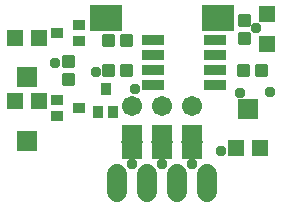
<source format=gbr>
G04 EAGLE Gerber RS-274X export*
G75*
%MOMM*%
%FSLAX34Y34*%
%LPD*%
%INSoldermask Top*%
%IPPOS*%
%AMOC8*
5,1,8,0,0,1.08239X$1,22.5*%
G01*
%ADD10R,1.854200X0.838200*%
%ADD11R,0.903200X1.103200*%
%ADD12C,0.425956*%
%ADD13R,1.703200X1.803200*%
%ADD14R,1.403200X1.403200*%
%ADD15R,1.103200X0.903200*%
%ADD16R,1.473200X1.473200*%
%ADD17C,1.711200*%
%ADD18R,2.703200X2.203200*%
%ADD19R,1.803400X1.371600*%
%ADD20R,1.828800X0.152400*%
%ADD21C,1.727200*%
%ADD22C,0.959600*%


D10*
X135763Y149225D03*
X135763Y136525D03*
X135763Y123825D03*
X135763Y111125D03*
X188087Y111125D03*
X188087Y123825D03*
X188087Y136525D03*
X188087Y149225D03*
D11*
X88750Y88925D03*
X95250Y107925D03*
X101750Y88925D03*
D12*
X60169Y128114D02*
X60169Y134776D01*
X66831Y134776D01*
X66831Y128114D01*
X60169Y128114D01*
X60169Y132161D02*
X66831Y132161D01*
X60169Y119536D02*
X60169Y112874D01*
X60169Y119536D02*
X66831Y119536D01*
X66831Y112874D01*
X60169Y112874D01*
X60169Y116921D02*
X66831Y116921D01*
D13*
X215900Y91200D03*
D14*
X205900Y57950D03*
X225900Y57950D03*
D12*
X115726Y127156D02*
X109064Y127156D01*
X115726Y127156D02*
X115726Y120494D01*
X109064Y120494D01*
X109064Y127156D01*
X109064Y124541D02*
X115726Y124541D01*
X100486Y127156D02*
X93824Y127156D01*
X100486Y127156D02*
X100486Y120494D01*
X93824Y120494D01*
X93824Y127156D01*
X93824Y124541D02*
X100486Y124541D01*
X100486Y145894D02*
X93824Y145894D01*
X93824Y152556D01*
X100486Y152556D01*
X100486Y145894D01*
X100486Y149941D02*
X93824Y149941D01*
X109064Y145894D02*
X115726Y145894D01*
X109064Y145894D02*
X109064Y152556D01*
X115726Y152556D01*
X115726Y145894D01*
X115726Y149941D02*
X109064Y149941D01*
D15*
X73000Y149075D03*
X54000Y155575D03*
X73000Y162075D03*
D13*
X28575Y118350D03*
D14*
X38575Y151600D03*
X18575Y151600D03*
D15*
X54000Y98575D03*
X73000Y92075D03*
X54000Y85575D03*
D13*
X28575Y64375D03*
D14*
X38575Y97625D03*
X18575Y97625D03*
D12*
X223364Y127156D02*
X230026Y127156D01*
X230026Y120494D01*
X223364Y120494D01*
X223364Y127156D01*
X223364Y124541D02*
X230026Y124541D01*
X214786Y127156D02*
X208124Y127156D01*
X214786Y127156D02*
X214786Y120494D01*
X208124Y120494D01*
X208124Y127156D01*
X208124Y124541D02*
X214786Y124541D01*
X209394Y163039D02*
X209394Y169701D01*
X216056Y169701D01*
X216056Y163039D01*
X209394Y163039D01*
X209394Y167086D02*
X216056Y167086D01*
X209394Y154461D02*
X209394Y147799D01*
X209394Y154461D02*
X216056Y154461D01*
X216056Y147799D01*
X209394Y147799D01*
X209394Y151846D02*
X216056Y151846D01*
D16*
X231775Y146050D03*
X231775Y171450D03*
D17*
X117875Y93275D03*
X142875Y93275D03*
X168675Y93275D03*
D18*
X95375Y168275D03*
X190375Y168275D03*
D19*
X168275Y55880D03*
X168275Y71120D03*
D20*
X168275Y63500D03*
D19*
X142875Y55880D03*
X142875Y71120D03*
D20*
X142875Y63500D03*
D19*
X117475Y55880D03*
X117475Y71120D03*
D20*
X117475Y63500D03*
D21*
X104775Y36195D02*
X104775Y20955D01*
X130175Y20955D02*
X130175Y36195D01*
X155575Y36195D02*
X155575Y20955D01*
X180975Y20955D02*
X180975Y36195D01*
D22*
X117475Y44450D03*
X142875Y44450D03*
X168275Y44450D03*
X87313Y122238D03*
X222250Y159544D03*
X52388Y130175D03*
X120537Y108063D03*
X192881Y55563D03*
X234188Y105692D03*
X209284Y104506D03*
M02*

</source>
